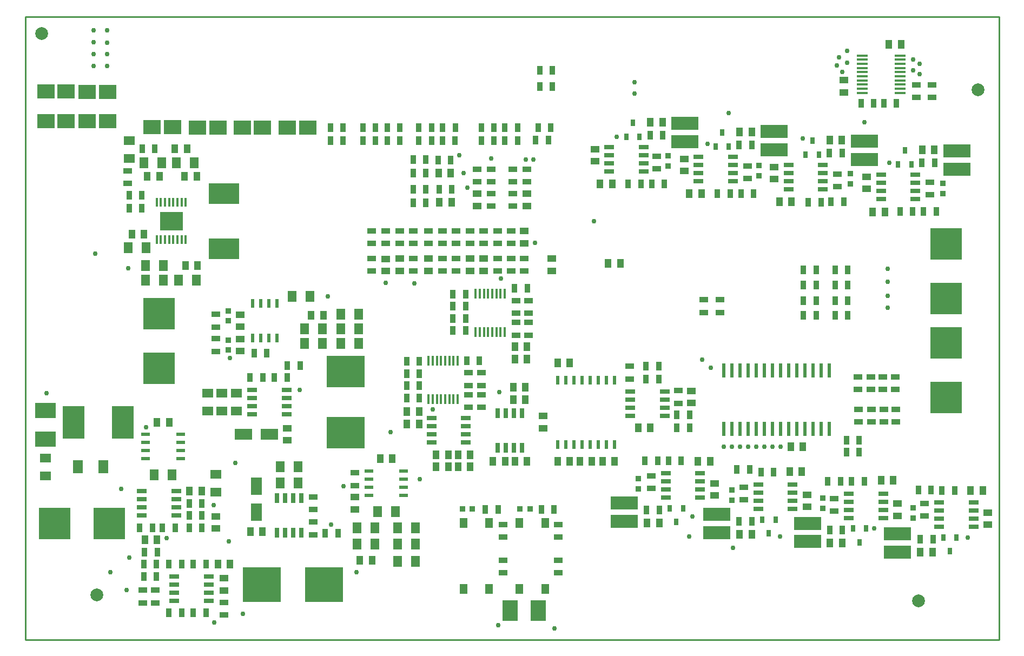
<source format=gtp>
G04*
G04 #@! TF.GenerationSoftware,Altium Limited,Altium Designer,19.1.8 (144)*
G04*
G04 Layer_Color=8421504*
%FSLAX25Y25*%
%MOIN*%
G70*
G01*
G75*
%ADD10C,0.01000*%
%ADD18R,0.05315X0.03543*%
%ADD19C,0.03000*%
%ADD20R,0.04134X0.05512*%
%ADD21R,0.07008X0.01654*%
%ADD22R,0.02400X0.09000*%
%ADD23C,0.07874*%
%ADD24R,0.05709X0.06890*%
%ADD25R,0.06102X0.02559*%
%ADD26R,0.05512X0.04134*%
%ADD27R,0.03543X0.05315*%
%ADD28R,0.04921X0.06299*%
%ADD29R,0.02362X0.05709*%
%ADD30R,0.07087X0.05709*%
%ADD31R,0.23622X0.21260*%
%ADD32R,0.02756X0.03937*%
%ADD33R,0.03740X0.03543*%
%ADD34R,0.17126X0.08268*%
%ADD35R,0.03543X0.03740*%
%ADD36R,0.19685X0.19685*%
%ADD37R,0.02559X0.06102*%
%ADD38R,0.01772X0.05906*%
%ADD39R,0.05709X0.07087*%
%ADD40R,0.23622X0.19685*%
%ADD41R,0.18504X0.12598*%
%ADD42R,0.11024X0.08898*%
%ADD43R,0.06890X0.05709*%
%ADD44R,0.01772X0.05512*%
%ADD45R,0.14094X0.11575*%
%ADD46R,0.05709X0.02362*%
%ADD47R,0.10630X0.06693*%
%ADD48R,0.13780X0.20079*%
%ADD49R,0.09449X0.12795*%
%ADD50R,0.06299X0.08071*%
%ADD51R,0.19685X0.19685*%
%ADD52R,0.06693X0.10630*%
%ADD53R,0.12795X0.09449*%
D10*
X100000Y500000D02*
X700000D01*
X100000Y116000D02*
X700000D01*
Y500000D01*
X100000Y116000D02*
Y500000D01*
D18*
X409000Y398063D02*
D03*
Y405937D02*
D03*
X472500Y284374D02*
D03*
Y276500D02*
D03*
X518000Y325437D02*
D03*
Y317563D02*
D03*
X528000Y325437D02*
D03*
Y317563D02*
D03*
X303000Y211000D02*
D03*
Y218874D02*
D03*
X394500Y164937D02*
D03*
Y157063D02*
D03*
X180000Y146437D02*
D03*
Y138563D02*
D03*
X172500D02*
D03*
Y146437D02*
D03*
X222500Y138937D02*
D03*
Y131063D02*
D03*
X163000Y397063D02*
D03*
Y404937D02*
D03*
X658901Y457937D02*
D03*
Y450063D02*
D03*
X649000D02*
D03*
Y457937D02*
D03*
X654284Y199937D02*
D03*
Y192063D02*
D03*
X598567Y202937D02*
D03*
Y195063D02*
D03*
X542783Y209937D02*
D03*
Y202063D02*
D03*
X485783Y216937D02*
D03*
Y209063D02*
D03*
X394500Y179063D02*
D03*
Y186937D02*
D03*
X428500Y179063D02*
D03*
Y186937D02*
D03*
X657500Y390063D02*
D03*
Y397937D02*
D03*
X600500Y395063D02*
D03*
Y402937D02*
D03*
X545000Y400063D02*
D03*
Y407937D02*
D03*
X400500Y390937D02*
D03*
Y383063D02*
D03*
Y405937D02*
D03*
Y398063D02*
D03*
X387000Y390937D02*
D03*
Y383063D02*
D03*
Y405937D02*
D03*
Y398063D02*
D03*
X378500Y405937D02*
D03*
Y398063D02*
D03*
X407500Y350937D02*
D03*
Y343063D02*
D03*
X399500D02*
D03*
Y350937D02*
D03*
X391000Y343063D02*
D03*
Y350937D02*
D03*
X365500Y343063D02*
D03*
Y350937D02*
D03*
X357000Y343063D02*
D03*
Y350937D02*
D03*
X339286Y343126D02*
D03*
Y351000D02*
D03*
X313357Y343126D02*
D03*
Y351000D02*
D03*
X410000Y324937D02*
D03*
Y317063D02*
D03*
X402500Y324937D02*
D03*
Y317063D02*
D03*
X373000Y272563D02*
D03*
Y280437D02*
D03*
X381000Y272563D02*
D03*
Y280437D02*
D03*
Y259063D02*
D03*
Y266937D02*
D03*
X373000Y259063D02*
D03*
Y266937D02*
D03*
X277500Y180591D02*
D03*
Y188465D02*
D03*
Y203937D02*
D03*
Y196063D02*
D03*
X217500Y308563D02*
D03*
Y316437D02*
D03*
Y301437D02*
D03*
Y293563D02*
D03*
X313357Y360126D02*
D03*
Y368000D02*
D03*
X322000D02*
D03*
Y360126D02*
D03*
X330643D02*
D03*
Y368000D02*
D03*
X339286D02*
D03*
Y360126D02*
D03*
X348500D02*
D03*
Y368000D02*
D03*
X357000D02*
D03*
Y360126D02*
D03*
X365500Y368000D02*
D03*
Y360126D02*
D03*
X374000D02*
D03*
Y368000D02*
D03*
X382500Y360126D02*
D03*
Y368000D02*
D03*
X391000D02*
D03*
Y360126D02*
D03*
X399500Y368000D02*
D03*
Y360126D02*
D03*
X428500Y157063D02*
D03*
Y164937D02*
D03*
X402500Y311437D02*
D03*
Y303563D02*
D03*
X410000Y311437D02*
D03*
Y303563D02*
D03*
X636000Y277937D02*
D03*
Y270063D02*
D03*
X628500Y277937D02*
D03*
Y270063D02*
D03*
X621000Y277937D02*
D03*
Y270063D02*
D03*
X613000Y277937D02*
D03*
Y270063D02*
D03*
X613500Y257937D02*
D03*
Y250063D02*
D03*
X621500Y257937D02*
D03*
Y250063D02*
D03*
X629000Y257937D02*
D03*
Y250063D02*
D03*
X636500Y257937D02*
D03*
Y250063D02*
D03*
X502500Y269437D02*
D03*
Y261563D02*
D03*
X489000Y406063D02*
D03*
Y413937D02*
D03*
D19*
X517000Y288500D02*
D03*
X113000Y268000D02*
D03*
X522500Y283500D02*
D03*
X475500Y459500D02*
D03*
Y452500D02*
D03*
X159000Y209000D02*
D03*
X296000Y210500D02*
D03*
X234000Y132000D02*
D03*
X225500Y176500D02*
D03*
X164000Y166500D02*
D03*
X162500Y146500D02*
D03*
X617000Y435000D02*
D03*
X623283Y184500D02*
D03*
X536000Y172500D02*
D03*
X509000Y179500D02*
D03*
X533500Y440500D02*
D03*
X339786Y335563D02*
D03*
X322000Y336000D02*
D03*
X426000Y123000D02*
D03*
X391500Y125000D02*
D03*
X631500Y344500D02*
D03*
Y336500D02*
D03*
Y328000D02*
D03*
Y320500D02*
D03*
X413000Y412000D02*
D03*
X393000Y338500D02*
D03*
X392000Y268500D02*
D03*
X325000Y244000D02*
D03*
X163500Y345000D02*
D03*
X143000Y354000D02*
D03*
X387000Y412500D02*
D03*
X464500Y426000D02*
D03*
X142000Y491500D02*
D03*
X150500D02*
D03*
Y469500D02*
D03*
Y476833D02*
D03*
X142000Y484167D02*
D03*
X150500Y484000D02*
D03*
X142000Y469500D02*
D03*
Y476833D02*
D03*
X606500Y479000D02*
D03*
X647000Y473500D02*
D03*
X601500Y475000D02*
D03*
X651000Y471000D02*
D03*
X606500Y471500D02*
D03*
X647000Y467000D02*
D03*
X600000Y470000D02*
D03*
X651000Y464500D02*
D03*
X603500Y466000D02*
D03*
X351000Y258000D02*
D03*
X565500Y235000D02*
D03*
X560500D02*
D03*
X680784Y179000D02*
D03*
X545500Y235000D02*
D03*
X530500D02*
D03*
X520500Y421500D02*
D03*
X535500Y235000D02*
D03*
X550500D02*
D03*
X579000Y425000D02*
D03*
X632500Y410000D02*
D03*
X555500Y235000D02*
D03*
X540500D02*
D03*
X565000Y179500D02*
D03*
X511000Y192000D02*
D03*
X372500Y394500D02*
D03*
X370000Y403500D02*
D03*
X414000Y360500D02*
D03*
X408500Y412000D02*
D03*
X367500Y414500D02*
D03*
X286500Y327500D02*
D03*
X229500Y225000D02*
D03*
X450500Y374000D02*
D03*
X269000Y270000D02*
D03*
X226000Y289500D02*
D03*
X216500Y126500D02*
D03*
X304000Y157500D02*
D03*
X343000Y215000D02*
D03*
X288500Y187000D02*
D03*
X152500Y157500D02*
D03*
X174386Y246886D02*
D03*
X216250Y198750D02*
D03*
X187000Y178500D02*
D03*
D20*
X639740Y483000D02*
D03*
X632260D02*
D03*
X435500Y226000D02*
D03*
X428020D02*
D03*
X449240D02*
D03*
X441760D02*
D03*
X463240D02*
D03*
X455760D02*
D03*
X428020Y286500D02*
D03*
X435500D02*
D03*
X188740Y250000D02*
D03*
X181260D02*
D03*
X218760Y162500D02*
D03*
X226240D02*
D03*
X173760Y177500D02*
D03*
X181240D02*
D03*
X651543Y170000D02*
D03*
X659024D02*
D03*
X595827Y175500D02*
D03*
X603307D02*
D03*
X514543Y226000D02*
D03*
X522024D02*
D03*
X540260Y181000D02*
D03*
X547740D02*
D03*
X483260Y188000D02*
D03*
X490740D02*
D03*
X516740Y391000D02*
D03*
X509260D02*
D03*
X660240Y418000D02*
D03*
X652760D02*
D03*
X629740Y379500D02*
D03*
X622260D02*
D03*
X603240Y424000D02*
D03*
X595760D02*
D03*
X572240Y386000D02*
D03*
X564760D02*
D03*
X547740Y429000D02*
D03*
X540260D02*
D03*
X401760Y289000D02*
D03*
X409240D02*
D03*
X401760Y296500D02*
D03*
X409240D02*
D03*
X400760Y271500D02*
D03*
X408240D02*
D03*
X400760Y264000D02*
D03*
X408240D02*
D03*
X401760Y226000D02*
D03*
X409240D02*
D03*
X395740D02*
D03*
X388260D02*
D03*
X366760Y230000D02*
D03*
X374240D02*
D03*
X366760Y222500D02*
D03*
X374240D02*
D03*
X360740Y230000D02*
D03*
X353260D02*
D03*
X360740Y222500D02*
D03*
X353260D02*
D03*
X342740Y256500D02*
D03*
X335260D02*
D03*
X342740Y249000D02*
D03*
X335260D02*
D03*
X192260Y418500D02*
D03*
X199740D02*
D03*
X205740Y401500D02*
D03*
X198260D02*
D03*
X173240Y366000D02*
D03*
X165760D02*
D03*
X198760Y346500D02*
D03*
X206240D02*
D03*
X182740Y401500D02*
D03*
X175260D02*
D03*
X355260Y385500D02*
D03*
X362740D02*
D03*
X362240Y403500D02*
D03*
X354760D02*
D03*
X571760Y235000D02*
D03*
X579240D02*
D03*
X485240Y246500D02*
D03*
X477760D02*
D03*
X492740Y435000D02*
D03*
X485260D02*
D03*
X461740Y397000D02*
D03*
X454260D02*
D03*
X306260Y165000D02*
D03*
X313740D02*
D03*
X238760Y182500D02*
D03*
X246240D02*
D03*
X276260Y316000D02*
D03*
X283740D02*
D03*
X208740Y207500D02*
D03*
X201260D02*
D03*
X690024Y208000D02*
D03*
X682543D02*
D03*
X634807Y214173D02*
D03*
X627327D02*
D03*
X578524Y219673D02*
D03*
X571043D02*
D03*
X318760Y227500D02*
D03*
X326240D02*
D03*
X466740Y348000D02*
D03*
X459260D02*
D03*
D21*
X639193Y452984D02*
D03*
Y455543D02*
D03*
Y458102D02*
D03*
Y460661D02*
D03*
Y463221D02*
D03*
Y465779D02*
D03*
Y468339D02*
D03*
Y470898D02*
D03*
Y473457D02*
D03*
Y476016D02*
D03*
X615807Y452984D02*
D03*
Y455543D02*
D03*
Y458102D02*
D03*
Y460661D02*
D03*
Y463221D02*
D03*
Y465779D02*
D03*
Y468339D02*
D03*
Y470898D02*
D03*
Y473457D02*
D03*
Y476016D02*
D03*
D22*
X530500Y246000D02*
D03*
X535500D02*
D03*
X540500D02*
D03*
X545500D02*
D03*
X550500D02*
D03*
X555500D02*
D03*
X560500D02*
D03*
X565500D02*
D03*
X570500D02*
D03*
X575500D02*
D03*
X580500D02*
D03*
X585500D02*
D03*
X590500D02*
D03*
X595500D02*
D03*
Y282000D02*
D03*
X590500D02*
D03*
X585500D02*
D03*
X580500D02*
D03*
X575500D02*
D03*
X570500D02*
D03*
X565500D02*
D03*
X560500D02*
D03*
X555500D02*
D03*
X550500D02*
D03*
X545500D02*
D03*
X540500D02*
D03*
X535500D02*
D03*
X530500D02*
D03*
D23*
X687000Y455000D02*
D03*
X110000Y489500D02*
D03*
X650500Y140000D02*
D03*
X144000Y143500D02*
D03*
D24*
X316988Y195000D02*
D03*
X328012D02*
D03*
X275512Y327500D02*
D03*
X264488D02*
D03*
X190512Y217500D02*
D03*
X179488D02*
D03*
D25*
X607437Y206000D02*
D03*
Y201000D02*
D03*
Y196000D02*
D03*
Y191000D02*
D03*
X628697Y206000D02*
D03*
Y201000D02*
D03*
Y196000D02*
D03*
Y191000D02*
D03*
X213130Y140000D02*
D03*
Y145000D02*
D03*
Y150000D02*
D03*
Y155000D02*
D03*
X191870Y140000D02*
D03*
Y145000D02*
D03*
Y150000D02*
D03*
Y155000D02*
D03*
X663154Y200500D02*
D03*
Y195500D02*
D03*
Y190500D02*
D03*
Y185500D02*
D03*
X684413Y200500D02*
D03*
Y195500D02*
D03*
Y190500D02*
D03*
Y185500D02*
D03*
X551653Y211500D02*
D03*
Y206500D02*
D03*
Y201500D02*
D03*
Y196500D02*
D03*
X572913Y211500D02*
D03*
Y206500D02*
D03*
Y201500D02*
D03*
Y196500D02*
D03*
X494654Y218500D02*
D03*
Y213500D02*
D03*
Y208500D02*
D03*
Y203500D02*
D03*
X515913Y218500D02*
D03*
Y213500D02*
D03*
Y208500D02*
D03*
Y203500D02*
D03*
X536130Y398500D02*
D03*
Y403500D02*
D03*
Y408500D02*
D03*
Y413500D02*
D03*
X514870Y398500D02*
D03*
Y403500D02*
D03*
Y408500D02*
D03*
Y413500D02*
D03*
X648630Y387500D02*
D03*
Y392500D02*
D03*
Y397500D02*
D03*
Y402500D02*
D03*
X627370Y387500D02*
D03*
Y392500D02*
D03*
Y397500D02*
D03*
Y402500D02*
D03*
X591630Y393500D02*
D03*
Y398500D02*
D03*
Y403500D02*
D03*
Y408500D02*
D03*
X570370Y393500D02*
D03*
Y398500D02*
D03*
Y403500D02*
D03*
Y408500D02*
D03*
X350370Y252500D02*
D03*
Y247500D02*
D03*
Y242500D02*
D03*
Y237500D02*
D03*
X371630Y252500D02*
D03*
Y247500D02*
D03*
Y242500D02*
D03*
Y237500D02*
D03*
X494000Y254000D02*
D03*
Y259000D02*
D03*
Y264000D02*
D03*
Y269000D02*
D03*
X472740Y254000D02*
D03*
Y259000D02*
D03*
Y264000D02*
D03*
Y269000D02*
D03*
X481130Y404500D02*
D03*
Y409500D02*
D03*
Y414500D02*
D03*
Y419500D02*
D03*
X459870Y404500D02*
D03*
Y409500D02*
D03*
Y414500D02*
D03*
Y419500D02*
D03*
X261122Y255000D02*
D03*
Y260000D02*
D03*
Y265000D02*
D03*
Y270000D02*
D03*
X239862Y255000D02*
D03*
Y260000D02*
D03*
Y265000D02*
D03*
Y270000D02*
D03*
X171870Y207500D02*
D03*
Y202500D02*
D03*
Y197500D02*
D03*
Y192500D02*
D03*
X193130Y207500D02*
D03*
Y202500D02*
D03*
Y197500D02*
D03*
Y192500D02*
D03*
D26*
X303051Y203740D02*
D03*
Y196260D02*
D03*
X222500Y153740D02*
D03*
Y146260D02*
D03*
X604500Y460740D02*
D03*
Y453260D02*
D03*
X524784Y204760D02*
D03*
Y212240D02*
D03*
X618500Y401240D02*
D03*
Y393760D02*
D03*
X561500Y407240D02*
D03*
Y399760D02*
D03*
X506000Y412240D02*
D03*
Y404760D02*
D03*
X409000Y390839D02*
D03*
Y383358D02*
D03*
X378500Y390740D02*
D03*
Y383260D02*
D03*
X382500Y350740D02*
D03*
Y343260D02*
D03*
X374000Y343260D02*
D03*
Y350740D02*
D03*
X348500Y343260D02*
D03*
Y350740D02*
D03*
X330786Y343323D02*
D03*
Y350803D02*
D03*
X322098Y343224D02*
D03*
Y350705D02*
D03*
X419000Y253740D02*
D03*
Y246260D02*
D03*
X424500Y343260D02*
D03*
Y350740D02*
D03*
X407500Y360260D02*
D03*
Y367740D02*
D03*
X510500Y269240D02*
D03*
Y261760D02*
D03*
X451000Y418240D02*
D03*
Y410760D02*
D03*
X232500Y316240D02*
D03*
Y308760D02*
D03*
Y301240D02*
D03*
Y293760D02*
D03*
X261417Y238760D02*
D03*
Y246240D02*
D03*
X217500Y184409D02*
D03*
Y191890D02*
D03*
X693284Y194240D02*
D03*
Y186760D02*
D03*
X637567Y199740D02*
D03*
Y192260D02*
D03*
X581783Y205240D02*
D03*
Y197760D02*
D03*
D27*
X424937Y467000D02*
D03*
X417063D02*
D03*
X424937Y457000D02*
D03*
X417063D02*
D03*
X211437Y162500D02*
D03*
X203563D02*
D03*
X173563Y170000D02*
D03*
X181437D02*
D03*
X180886Y162500D02*
D03*
X173012D02*
D03*
X180886Y155000D02*
D03*
X173012D02*
D03*
X203563Y132500D02*
D03*
X211437D02*
D03*
X196437D02*
D03*
X188563D02*
D03*
X622937Y446500D02*
D03*
X615063D02*
D03*
X636937D02*
D03*
X629063D02*
D03*
X651445Y178000D02*
D03*
X659319D02*
D03*
X595728Y183500D02*
D03*
X603602D02*
D03*
X594630Y213598D02*
D03*
X602504D02*
D03*
X539945Y189000D02*
D03*
X547819D02*
D03*
X482945Y196000D02*
D03*
X490819D02*
D03*
X496347Y226098D02*
D03*
X504220D02*
D03*
X481847D02*
D03*
X489720D02*
D03*
X534437Y390902D02*
D03*
X526563D02*
D03*
X418063Y196057D02*
D03*
X425937D02*
D03*
X383563D02*
D03*
X391437D02*
D03*
X646937Y379902D02*
D03*
X639063D02*
D03*
X661437D02*
D03*
X653563D02*
D03*
X660437Y410000D02*
D03*
X652563D02*
D03*
X604437Y385902D02*
D03*
X596563D02*
D03*
X603339Y416000D02*
D03*
X595465D02*
D03*
X590437Y385500D02*
D03*
X582563D02*
D03*
X548937Y390902D02*
D03*
X541063D02*
D03*
X547839Y421000D02*
D03*
X539965D02*
D03*
X409437Y332500D02*
D03*
X401563D02*
D03*
X363563Y329000D02*
D03*
X371437D02*
D03*
X363563Y321500D02*
D03*
X371437D02*
D03*
X363563Y314000D02*
D03*
X371437D02*
D03*
X363563Y306500D02*
D03*
X371437D02*
D03*
X379937Y288000D02*
D03*
X372063D02*
D03*
X335063Y287500D02*
D03*
X342937D02*
D03*
X335063Y280000D02*
D03*
X342937D02*
D03*
X335063Y272500D02*
D03*
X342937D02*
D03*
X335063Y265000D02*
D03*
X342937D02*
D03*
X292687Y181476D02*
D03*
X284813D02*
D03*
X261437Y277500D02*
D03*
X253563D02*
D03*
X269437Y285000D02*
D03*
X261563D02*
D03*
X241063Y292500D02*
D03*
X248937D02*
D03*
X179937Y418500D02*
D03*
X172063D02*
D03*
X164063Y390000D02*
D03*
X171937D02*
D03*
Y382000D02*
D03*
X164063D02*
D03*
X295937Y431500D02*
D03*
X288063D02*
D03*
X295937Y423500D02*
D03*
X288063D02*
D03*
X308063D02*
D03*
X315937D02*
D03*
X330937D02*
D03*
X323063D02*
D03*
X342563D02*
D03*
X350437D02*
D03*
X339063Y385260D02*
D03*
X346937D02*
D03*
X362874Y393500D02*
D03*
X355000D02*
D03*
X346937D02*
D03*
X339063D02*
D03*
X346937Y403500D02*
D03*
X339063D02*
D03*
X308063Y431500D02*
D03*
X315937D02*
D03*
X330937D02*
D03*
X323063D02*
D03*
X342563D02*
D03*
X350437D02*
D03*
X339063Y411760D02*
D03*
X346937D02*
D03*
X365000Y431500D02*
D03*
X357126D02*
D03*
X362197Y411500D02*
D03*
X354323D02*
D03*
X381063Y423500D02*
D03*
X388937D02*
D03*
X381063Y431500D02*
D03*
X388937D02*
D03*
X403437Y423500D02*
D03*
X395563D02*
D03*
X403437Y431500D02*
D03*
X395563D02*
D03*
X414563Y424000D02*
D03*
X422437D02*
D03*
X416063Y431500D02*
D03*
X423937D02*
D03*
X364874Y423500D02*
D03*
X357000D02*
D03*
X606063Y239000D02*
D03*
X613937D02*
D03*
X606063Y231500D02*
D03*
X613937D02*
D03*
X606937Y316000D02*
D03*
X599063D02*
D03*
X606937Y325000D02*
D03*
X599063D02*
D03*
X606937Y334500D02*
D03*
X599063D02*
D03*
X606937Y344000D02*
D03*
X599063D02*
D03*
X587437Y316000D02*
D03*
X579563D02*
D03*
X587437Y325000D02*
D03*
X579563D02*
D03*
X587437Y334500D02*
D03*
X579563D02*
D03*
X587437Y344000D02*
D03*
X579563D02*
D03*
X501563Y246500D02*
D03*
X509437D02*
D03*
X501563Y254500D02*
D03*
X509437D02*
D03*
X490437Y276500D02*
D03*
X482563D02*
D03*
X490437Y284500D02*
D03*
X482563D02*
D03*
X492937Y427000D02*
D03*
X485063D02*
D03*
X493937Y396902D02*
D03*
X486063D02*
D03*
X479437D02*
D03*
X471563D02*
D03*
X246437Y277500D02*
D03*
X238563D02*
D03*
X201063Y192500D02*
D03*
X208937D02*
D03*
X201063Y200000D02*
D03*
X208937D02*
D03*
X201063Y185000D02*
D03*
X208937D02*
D03*
X170591D02*
D03*
X178465D02*
D03*
X192500D02*
D03*
X184626D02*
D03*
X672720Y208000D02*
D03*
X664847D02*
D03*
X617004Y213598D02*
D03*
X609130D02*
D03*
X658220Y208098D02*
D03*
X650347D02*
D03*
X561221Y219098D02*
D03*
X553346D02*
D03*
X546437Y221000D02*
D03*
X538563D02*
D03*
X188563Y162500D02*
D03*
X196437D02*
D03*
D28*
X404626Y147224D02*
D03*
X420374D02*
D03*
Y187776D02*
D03*
X404626D02*
D03*
X370126Y147224D02*
D03*
X385874D02*
D03*
Y187776D02*
D03*
X370126D02*
D03*
D29*
X463000Y275783D02*
D03*
X458000D02*
D03*
X453000D02*
D03*
X448000D02*
D03*
X443000D02*
D03*
X438000D02*
D03*
X433000D02*
D03*
X428000D02*
D03*
X463000Y236216D02*
D03*
X458000D02*
D03*
X453000D02*
D03*
X448000D02*
D03*
X443000D02*
D03*
X438000D02*
D03*
X433000D02*
D03*
X428000D02*
D03*
X240000Y301772D02*
D03*
X245000D02*
D03*
X250000D02*
D03*
X255000D02*
D03*
X240000Y323228D02*
D03*
X245000D02*
D03*
X250000D02*
D03*
X255000D02*
D03*
D30*
X217500Y206988D02*
D03*
Y218012D02*
D03*
X230000Y256988D02*
D03*
Y268012D02*
D03*
X221063Y256988D02*
D03*
Y268012D02*
D03*
X212500Y256988D02*
D03*
Y268012D02*
D03*
X164000Y412488D02*
D03*
Y423512D02*
D03*
D31*
X284095Y150000D02*
D03*
X245905D02*
D03*
D32*
X669783Y170500D02*
D03*
X665728Y178965D02*
D03*
X673839D02*
D03*
X614067Y176000D02*
D03*
X610012Y184465D02*
D03*
X618122D02*
D03*
X558284Y181500D02*
D03*
X554228Y189965D02*
D03*
X562339D02*
D03*
X501284Y188500D02*
D03*
X497228Y196965D02*
D03*
X505339D02*
D03*
X642000Y417500D02*
D03*
X646055Y409035D02*
D03*
X637945D02*
D03*
X529500Y428500D02*
D03*
X533555Y420035D02*
D03*
X525445D02*
D03*
X474500Y434500D02*
D03*
X478555Y426035D02*
D03*
X470445D02*
D03*
X580945Y415035D02*
D03*
X589055D02*
D03*
X585000Y423500D02*
D03*
D33*
X647000Y197051D02*
D03*
Y190949D02*
D03*
X591500Y203051D02*
D03*
Y196949D02*
D03*
X535500Y208051D02*
D03*
Y201949D02*
D03*
X477783Y215051D02*
D03*
Y208949D02*
D03*
X665500Y390949D02*
D03*
Y397051D02*
D03*
X608500Y396949D02*
D03*
Y403051D02*
D03*
X552000Y401949D02*
D03*
Y408051D02*
D03*
X225000Y312500D02*
D03*
Y318602D02*
D03*
Y300551D02*
D03*
Y294449D02*
D03*
X496000Y407949D02*
D03*
Y414051D02*
D03*
D34*
X637500Y169890D02*
D03*
Y181110D02*
D03*
X582067Y176390D02*
D03*
Y187610D02*
D03*
X526284Y181890D02*
D03*
Y193110D02*
D03*
X561500Y429110D02*
D03*
Y417890D02*
D03*
X674000Y417110D02*
D03*
Y405890D02*
D03*
X617000Y423110D02*
D03*
Y411890D02*
D03*
X506500Y434110D02*
D03*
Y422890D02*
D03*
X469283Y200110D02*
D03*
Y188890D02*
D03*
D35*
X375551Y196500D02*
D03*
X369449D02*
D03*
X404949D02*
D03*
X411051D02*
D03*
D36*
X667500Y265071D02*
D03*
Y298929D02*
D03*
Y359929D02*
D03*
Y326071D02*
D03*
X182500Y316929D02*
D03*
Y283071D02*
D03*
D37*
X406000Y255630D02*
D03*
X401000D02*
D03*
X396000D02*
D03*
X391000D02*
D03*
X406000Y234370D02*
D03*
X401000D02*
D03*
X396000D02*
D03*
X391000D02*
D03*
X270000Y203130D02*
D03*
X265000D02*
D03*
X260000D02*
D03*
X255000D02*
D03*
X270000Y181870D02*
D03*
X265000D02*
D03*
X260000D02*
D03*
X255000D02*
D03*
D38*
X366457Y287811D02*
D03*
X363898D02*
D03*
X361339D02*
D03*
X358780D02*
D03*
X356221D02*
D03*
X353661D02*
D03*
X351102D02*
D03*
X348543D02*
D03*
X366457Y264189D02*
D03*
X363898D02*
D03*
X361339D02*
D03*
X358780D02*
D03*
X356221D02*
D03*
X353661D02*
D03*
X351102D02*
D03*
X348543D02*
D03*
X377543Y305689D02*
D03*
X380102D02*
D03*
X382661D02*
D03*
X385221D02*
D03*
X387779D02*
D03*
X390339D02*
D03*
X392898D02*
D03*
X395457D02*
D03*
X377543Y329311D02*
D03*
X380102D02*
D03*
X382661D02*
D03*
X385221D02*
D03*
X387779D02*
D03*
X390339D02*
D03*
X392898D02*
D03*
X395457D02*
D03*
D39*
X268012Y212579D02*
D03*
X256988D02*
D03*
X204012Y410000D02*
D03*
X192988D02*
D03*
X172988D02*
D03*
X184012D02*
D03*
X163488Y357500D02*
D03*
X174512D02*
D03*
X205512Y337500D02*
D03*
X194488D02*
D03*
X173988Y346500D02*
D03*
X185012D02*
D03*
X173988Y337500D02*
D03*
X185012D02*
D03*
X315512Y185000D02*
D03*
X304488D02*
D03*
X315512Y175000D02*
D03*
X304488D02*
D03*
X329488Y185000D02*
D03*
X340512D02*
D03*
X329488Y175000D02*
D03*
X340512D02*
D03*
X329488Y164213D02*
D03*
X340512D02*
D03*
X256988Y222500D02*
D03*
X268012D02*
D03*
X283012Y307500D02*
D03*
X271988D02*
D03*
X283012Y298500D02*
D03*
X271988D02*
D03*
X294488Y316500D02*
D03*
X305512D02*
D03*
X294488Y298500D02*
D03*
X305512D02*
D03*
X294488Y307500D02*
D03*
X305512D02*
D03*
D40*
X297500Y281299D02*
D03*
Y243701D02*
D03*
D41*
X222500Y390858D02*
D03*
Y357000D02*
D03*
D42*
X138201Y435500D02*
D03*
X150799D02*
D03*
X138201Y453500D02*
D03*
X150799D02*
D03*
X125299Y435500D02*
D03*
X112701D02*
D03*
X125299Y453740D02*
D03*
X112701D02*
D03*
X274098Y431500D02*
D03*
X261500D02*
D03*
X246299D02*
D03*
X233701D02*
D03*
X218799D02*
D03*
X206201D02*
D03*
X190799Y432000D02*
D03*
X178201D02*
D03*
D43*
X112500Y228012D02*
D03*
Y216988D02*
D03*
D44*
X198957Y385614D02*
D03*
X196398D02*
D03*
X193839D02*
D03*
X191279D02*
D03*
X188721D02*
D03*
X186161D02*
D03*
X183602D02*
D03*
X181043D02*
D03*
X198957Y362386D02*
D03*
X196398D02*
D03*
X193839D02*
D03*
X191279D02*
D03*
X188721D02*
D03*
X186161D02*
D03*
X183602D02*
D03*
X181043D02*
D03*
D45*
X190000Y374000D02*
D03*
D46*
X174272Y242500D02*
D03*
Y237500D02*
D03*
Y232500D02*
D03*
Y227500D02*
D03*
X195728Y242500D02*
D03*
Y237500D02*
D03*
Y232500D02*
D03*
Y227500D02*
D03*
X333228Y205000D02*
D03*
Y210000D02*
D03*
Y215000D02*
D03*
Y220000D02*
D03*
X311772Y205000D02*
D03*
Y210000D02*
D03*
Y215000D02*
D03*
Y220000D02*
D03*
D47*
X250374Y242500D02*
D03*
X234626D02*
D03*
D48*
X129941Y250000D02*
D03*
X160059D02*
D03*
D49*
X416260Y134000D02*
D03*
X398740D02*
D03*
D50*
X132500Y222500D02*
D03*
X148051D02*
D03*
D51*
X151929Y187500D02*
D03*
X118071D02*
D03*
D52*
X242500Y194626D02*
D03*
Y210374D02*
D03*
D53*
X112500Y239705D02*
D03*
Y257224D02*
D03*
M02*

</source>
